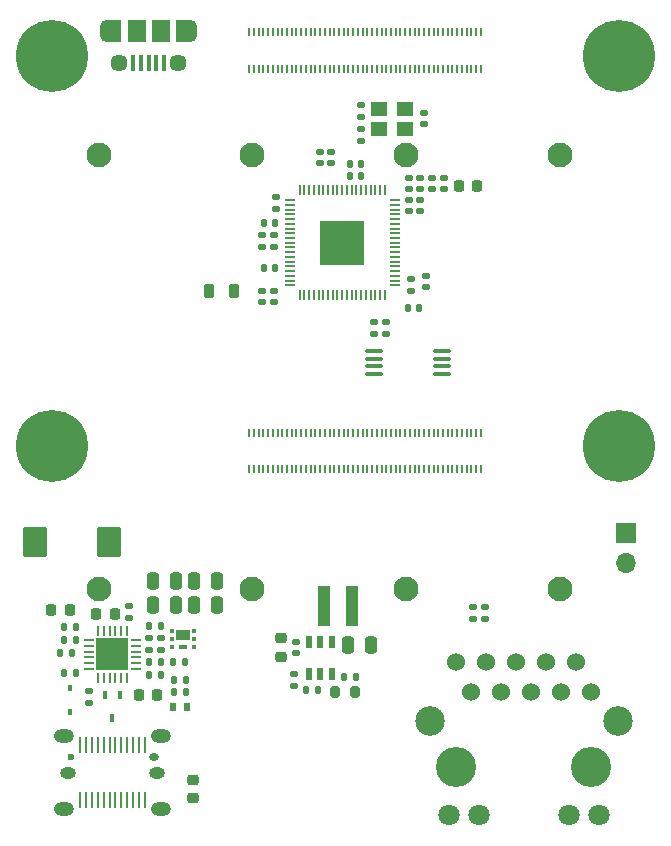
<source format=gbr>
%TF.GenerationSoftware,KiCad,Pcbnew,(5.99.0-8910-g624a231cc0)*%
%TF.CreationDate,2021-03-02T10:35:16+01:00*%
%TF.ProjectId,MainBoard,4d61696e-426f-4617-9264-2e6b69636164,rev?*%
%TF.SameCoordinates,PXa344e00PY7102aa0*%
%TF.FileFunction,Soldermask,Top*%
%TF.FilePolarity,Negative*%
%FSLAX46Y46*%
G04 Gerber Fmt 4.6, Leading zero omitted, Abs format (unit mm)*
G04 Created by KiCad (PCBNEW (5.99.0-8910-g624a231cc0)) date 2021-03-02 10:35:16*
%MOMM*%
%LPD*%
G01*
G04 APERTURE LIST*
G04 Aperture macros list*
%AMRoundRect*
0 Rectangle with rounded corners*
0 $1 Rounding radius*
0 $2 $3 $4 $5 $6 $7 $8 $9 X,Y pos of 4 corners*
0 Add a 4 corners polygon primitive as box body*
4,1,4,$2,$3,$4,$5,$6,$7,$8,$9,$2,$3,0*
0 Add four circle primitives for the rounded corners*
1,1,$1+$1,$2,$3*
1,1,$1+$1,$4,$5*
1,1,$1+$1,$6,$7*
1,1,$1+$1,$8,$9*
0 Add four rect primitives between the rounded corners*
20,1,$1+$1,$2,$3,$4,$5,0*
20,1,$1+$1,$4,$5,$6,$7,0*
20,1,$1+$1,$6,$7,$8,$9,0*
20,1,$1+$1,$8,$9,$2,$3,0*%
G04 Aperture macros list end*
%ADD10RoundRect,0.140000X0.140000X0.170000X-0.140000X0.170000X-0.140000X-0.170000X0.140000X-0.170000X0*%
%ADD11RoundRect,0.140000X0.170000X-0.140000X0.170000X0.140000X-0.170000X0.140000X-0.170000X-0.140000X0*%
%ADD12RoundRect,0.250000X-0.250000X-0.475000X0.250000X-0.475000X0.250000X0.475000X-0.250000X0.475000X0*%
%ADD13RoundRect,0.135000X-0.185000X0.135000X-0.185000X-0.135000X0.185000X-0.135000X0.185000X0.135000X0*%
%ADD14RoundRect,0.140000X-0.170000X0.140000X-0.170000X-0.140000X0.170000X-0.140000X0.170000X0.140000X0*%
%ADD15R,1.400000X1.200000*%
%ADD16RoundRect,0.218750X0.218750X0.256250X-0.218750X0.256250X-0.218750X-0.256250X0.218750X-0.256250X0*%
%ADD17RoundRect,0.140000X-0.140000X-0.170000X0.140000X-0.170000X0.140000X0.170000X-0.140000X0.170000X0*%
%ADD18RoundRect,0.135000X0.135000X0.185000X-0.135000X0.185000X-0.135000X-0.185000X0.135000X-0.185000X0*%
%ADD19R,0.980000X3.400000*%
%ADD20R,0.599999X1.000001*%
%ADD21RoundRect,0.225000X0.250000X-0.225000X0.250000X0.225000X-0.250000X0.225000X-0.250000X-0.225000X0*%
%ADD22RoundRect,0.135000X0.185000X-0.135000X0.185000X0.135000X-0.185000X0.135000X-0.185000X-0.135000X0*%
%ADD23R,0.550000X0.800000*%
%ADD24R,1.700000X1.700000*%
%ADD25O,1.700000X1.700000*%
%ADD26RoundRect,0.250000X-0.787500X-1.025000X0.787500X-1.025000X0.787500X1.025000X-0.787500X1.025000X0*%
%ADD27RoundRect,0.225000X0.225000X0.250000X-0.225000X0.250000X-0.225000X-0.250000X0.225000X-0.250000X0*%
%ADD28R,0.450000X0.700000*%
%ADD29RoundRect,0.250000X0.250000X0.475000X-0.250000X0.475000X-0.250000X-0.475000X0.250000X-0.475000X0*%
%ADD30RoundRect,0.200000X-0.200000X-0.275000X0.200000X-0.275000X0.200000X0.275000X-0.200000X0.275000X0*%
%ADD31RoundRect,0.062500X0.062500X-0.350000X0.062500X0.350000X-0.062500X0.350000X-0.062500X-0.350000X0*%
%ADD32RoundRect,0.062500X0.350000X-0.062500X0.350000X0.062500X-0.350000X0.062500X-0.350000X-0.062500X0*%
%ADD33R,2.700000X2.700000*%
%ADD34RoundRect,0.135000X-0.135000X-0.185000X0.135000X-0.185000X0.135000X0.185000X-0.135000X0.185000X0*%
%ADD35RoundRect,0.225000X-0.250000X0.225000X-0.250000X-0.225000X0.250000X-0.225000X0.250000X0.225000X0*%
%ADD36R,0.425000X0.400000*%
%ADD37R,1.150000X0.950000*%
%ADD38R,0.750000X0.300000*%
%ADD39RoundRect,0.100000X-0.637500X-0.100000X0.637500X-0.100000X0.637500X0.100000X-0.637500X0.100000X0*%
%ADD40RoundRect,0.147500X-0.147500X-0.172500X0.147500X-0.172500X0.147500X0.172500X-0.147500X0.172500X0*%
%ADD41R,0.400000X1.350000*%
%ADD42R,1.200000X1.900000*%
%ADD43O,1.200000X1.900000*%
%ADD44C,1.450000*%
%ADD45R,1.500000X1.900000*%
%ADD46C,3.400000*%
%ADD47C,1.524000*%
%ADD48C,1.800000*%
%ADD49C,2.500000*%
%ADD50C,6.100000*%
%ADD51R,0.200000X0.700000*%
%ADD52C,0.600000*%
%ADD53O,0.850000X0.600000*%
%ADD54R,0.270000X1.400000*%
%ADD55O,1.700000X1.200000*%
%ADD56O,1.350000X0.950000*%
%ADD57RoundRect,0.218750X-0.218750X-0.381250X0.218750X-0.381250X0.218750X0.381250X-0.218750X0.381250X0*%
%ADD58RoundRect,0.218750X-0.218750X-0.256250X0.218750X-0.256250X0.218750X0.256250X-0.218750X0.256250X0*%
%ADD59RoundRect,0.050000X0.050000X-0.362500X0.050000X0.362500X-0.050000X0.362500X-0.050000X-0.362500X0*%
%ADD60RoundRect,0.050000X0.362500X-0.050000X0.362500X0.050000X-0.362500X0.050000X-0.362500X-0.050000X0*%
%ADD61R,3.800000X3.800000*%
%ADD62R,0.450000X0.600000*%
%ADD63C,2.100000*%
G04 APERTURE END LIST*
D10*
%TO.C,C65*%
X12780000Y18200000D03*
X11820000Y18200000D03*
%TD*%
%TO.C,C84*%
X29280000Y13900000D03*
X28320000Y13900000D03*
%TD*%
D11*
%TO.C,C62*%
X6700000Y11720000D03*
X6700000Y12680000D03*
%TD*%
D12*
%TO.C,C72*%
X12170000Y22000000D03*
X14070000Y22000000D03*
%TD*%
D13*
%TO.C,R25*%
X24100000Y14110000D03*
X24100000Y13090000D03*
%TD*%
D11*
%TO.C,C30*%
X36770000Y55220000D03*
X36770000Y56180000D03*
%TD*%
D14*
%TO.C,C37*%
X35275000Y47880000D03*
X35275000Y46920000D03*
%TD*%
D15*
%TO.C,Y1*%
X31300000Y60250000D03*
X33500000Y60250000D03*
X33500000Y61950000D03*
X31300000Y61950000D03*
%TD*%
D16*
%TO.C,D10*%
X8887500Y19200000D03*
X7312500Y19200000D03*
%TD*%
D17*
%TO.C,C64*%
X4290000Y15900000D03*
X5250000Y15900000D03*
%TD*%
D18*
%TO.C,R16*%
X14810000Y15200000D03*
X13790000Y15200000D03*
%TD*%
D19*
%TO.C,L2*%
X26615000Y19900000D03*
X28985000Y19900000D03*
%TD*%
D11*
%TO.C,C45*%
X33770000Y53320000D03*
X33770000Y54280000D03*
%TD*%
D20*
%TO.C,U8*%
X27250001Y16875001D03*
X26300000Y16875001D03*
X25350002Y16875001D03*
X25350002Y14125001D03*
X26300000Y14125001D03*
X27250001Y14125001D03*
%TD*%
D21*
%TO.C,C82*%
X23000000Y15625000D03*
X23000000Y17175000D03*
%TD*%
D22*
%TO.C,R19*%
X12800000Y16190000D03*
X12800000Y17210000D03*
%TD*%
D10*
%TO.C,C49*%
X29750000Y56300000D03*
X28790000Y56300000D03*
%TD*%
D14*
%TO.C,C54*%
X21400000Y46580000D03*
X21400000Y45620000D03*
%TD*%
D23*
%TO.C,D5*%
X15047700Y11325400D03*
X13797700Y11325400D03*
%TD*%
D14*
%TO.C,C11*%
X35100000Y61680000D03*
X35100000Y60720000D03*
%TD*%
D13*
%TO.C,R10*%
X33975000Y47585000D03*
X33975000Y46565000D03*
%TD*%
D24*
%TO.C,J6*%
X52170000Y26075000D03*
D25*
X52170000Y23535000D03*
%TD*%
D13*
%TO.C,R2*%
X40270000Y19810000D03*
X40270000Y18790000D03*
%TD*%
%TO.C,R3*%
X29700000Y60310000D03*
X29700000Y59290000D03*
%TD*%
D11*
%TO.C,C27*%
X34770000Y53320000D03*
X34770000Y54280000D03*
%TD*%
D26*
%TO.C,C79*%
X2157500Y25300000D03*
X8382500Y25300000D03*
%TD*%
D11*
%TO.C,C50*%
X22400000Y50320000D03*
X22400000Y51280000D03*
%TD*%
D27*
%TO.C,C61*%
X12475000Y12400000D03*
X10925000Y12400000D03*
%TD*%
D13*
%TO.C,R1*%
X39185000Y19800000D03*
X39185000Y18780000D03*
%TD*%
D12*
%TO.C,C67*%
X12170000Y19950000D03*
X14070000Y19950000D03*
%TD*%
D13*
%TO.C,R4*%
X22540000Y54570000D03*
X22540000Y53550000D03*
%TD*%
D14*
%TO.C,C12*%
X26250000Y58380000D03*
X26250000Y57420000D03*
%TD*%
D10*
%TO.C,C32*%
X22480000Y52300000D03*
X21520000Y52300000D03*
%TD*%
D28*
%TO.C,D6*%
X9350000Y12400000D03*
X8050000Y12400000D03*
X8700000Y10400000D03*
%TD*%
D29*
%TO.C,C81*%
X17520000Y19950000D03*
X15620000Y19950000D03*
%TD*%
D17*
%TO.C,C42*%
X33690000Y45150000D03*
X34650000Y45150000D03*
%TD*%
D30*
%TO.C,R24*%
X27575000Y12600000D03*
X29225000Y12600000D03*
%TD*%
D14*
%TO.C,C44*%
X31875000Y43930000D03*
X31875000Y42970000D03*
%TD*%
D10*
%TO.C,C43*%
X22450000Y48500000D03*
X21490000Y48500000D03*
%TD*%
D31*
%TO.C,U6*%
X7450000Y13837500D03*
X7950000Y13837500D03*
X8450000Y13837500D03*
X8950000Y13837500D03*
X9450000Y13837500D03*
X9950000Y13837500D03*
D32*
X10662500Y14550000D03*
X10662500Y15050000D03*
X10662500Y15550000D03*
X10662500Y16050000D03*
X10662500Y16550000D03*
X10662500Y17050000D03*
D31*
X9950000Y17762500D03*
X9450000Y17762500D03*
X8950000Y17762500D03*
X8450000Y17762500D03*
X7950000Y17762500D03*
X7450000Y17762500D03*
D32*
X6737500Y17050000D03*
X6737500Y16550000D03*
X6737500Y16050000D03*
X6737500Y15550000D03*
X6737500Y15050000D03*
X6737500Y14550000D03*
D33*
X8700000Y15800000D03*
%TD*%
D16*
%TO.C,FB4*%
X39587500Y55500000D03*
X38012500Y55500000D03*
%TD*%
D34*
%TO.C,R12*%
X11790000Y14100000D03*
X12810000Y14100000D03*
%TD*%
D35*
%TO.C,C60*%
X15500000Y5175000D03*
X15500000Y3625000D03*
%TD*%
D36*
%TO.C,Q1*%
X13762500Y17750000D03*
X13762500Y17100000D03*
X13762500Y16450000D03*
X15637500Y16450000D03*
X15637500Y17100000D03*
X15637500Y17750000D03*
D37*
X14700000Y17425000D03*
D38*
X14700000Y16450000D03*
%TD*%
D11*
%TO.C,C25*%
X35770000Y55220000D03*
X35770000Y56180000D03*
%TD*%
D14*
%TO.C,C13*%
X27200000Y58380000D03*
X27200000Y57420000D03*
%TD*%
D10*
%TO.C,C22*%
X29750000Y57300000D03*
X28790000Y57300000D03*
%TD*%
D12*
%TO.C,C85*%
X28650000Y16600000D03*
X30550000Y16600000D03*
%TD*%
D34*
%TO.C,R13*%
X4590000Y18100000D03*
X5610000Y18100000D03*
%TD*%
D22*
%TO.C,R18*%
X11800000Y16190000D03*
X11800000Y17210000D03*
%TD*%
D39*
%TO.C,U5*%
X30837500Y41500000D03*
X30837500Y40850000D03*
X30837500Y40200000D03*
X30837500Y39550000D03*
X36562500Y39550000D03*
X36562500Y40200000D03*
X36562500Y40850000D03*
X36562500Y41500000D03*
%TD*%
D11*
%TO.C,C83*%
X24200000Y15920000D03*
X24200000Y16880000D03*
%TD*%
D14*
%TO.C,C51*%
X22400000Y46580000D03*
X22400000Y45620000D03*
%TD*%
%TO.C,C46*%
X30875000Y43930000D03*
X30875000Y42970000D03*
%TD*%
D40*
%TO.C,D7*%
X13915000Y13600000D03*
X14885000Y13600000D03*
%TD*%
D41*
%TO.C,J7*%
X13070000Y65847500D03*
X12420000Y65847500D03*
X11770000Y65847500D03*
X11120000Y65847500D03*
X10470000Y65847500D03*
D42*
X14670000Y68547500D03*
D43*
X15270000Y68547500D03*
D44*
X9270000Y65847500D03*
D43*
X8270000Y68547500D03*
D45*
X12770000Y68547500D03*
D42*
X8870000Y68547500D03*
D44*
X14270000Y65847500D03*
D45*
X10770000Y68547500D03*
%TD*%
D18*
%TO.C,R11*%
X14910000Y12600000D03*
X13890000Y12600000D03*
%TD*%
D29*
%TO.C,C78*%
X17540000Y22000000D03*
X15640000Y22000000D03*
%TD*%
D34*
%TO.C,R14*%
X11790000Y15200000D03*
X12810000Y15200000D03*
%TD*%
D46*
%TO.C,U3*%
X49250000Y6300000D03*
X37820000Y6300000D03*
D47*
X37820000Y15190000D03*
X39090000Y12650000D03*
X40360000Y15190000D03*
X41630000Y12650000D03*
X42900000Y15190000D03*
X44170000Y12650000D03*
X45440000Y15190000D03*
X46710000Y12650000D03*
X47980000Y15190000D03*
X49250000Y12650000D03*
D48*
X37210000Y2190000D03*
X39750000Y2190000D03*
X47320000Y2190000D03*
X49860000Y2190000D03*
D49*
X35610000Y10190000D03*
X51460000Y10190000D03*
%TD*%
D22*
%TO.C,R17*%
X10100000Y18890000D03*
X10100000Y19910000D03*
%TD*%
D17*
%TO.C,C63*%
X4620000Y14200000D03*
X5580000Y14200000D03*
%TD*%
D50*
%TO.C,Module1*%
X51580000Y33490000D03*
X51580000Y66490000D03*
X3580000Y33490000D03*
X3580000Y66490000D03*
D51*
X20280000Y31490000D03*
X20280000Y34570000D03*
X20680000Y31490000D03*
X20680000Y34570000D03*
X21080000Y31490000D03*
X21080000Y34570000D03*
X21480000Y31490000D03*
X21480000Y34570000D03*
X21880000Y31490000D03*
X21880000Y34570000D03*
X22280000Y31490000D03*
X22280000Y34570000D03*
X22680000Y31490000D03*
X22680000Y34570000D03*
X23080000Y31490000D03*
X23080000Y34570000D03*
X23480000Y31490000D03*
X23480000Y34570000D03*
X23880000Y31490000D03*
X23880000Y34570000D03*
X24280000Y31490000D03*
X24280000Y34570000D03*
X24680000Y31490000D03*
X24680000Y34570000D03*
X25080000Y31490000D03*
X25080000Y34570000D03*
X25480000Y31490000D03*
X25480000Y34570000D03*
X25880000Y31490000D03*
X25880000Y34570000D03*
X26280000Y31490000D03*
X26280000Y34570000D03*
X26680000Y31490000D03*
X26680000Y34570000D03*
X27080000Y31490000D03*
X27080000Y34570000D03*
X27480000Y31490000D03*
X27480000Y34570000D03*
X27880000Y31490000D03*
X27880000Y34570000D03*
X28280000Y31490000D03*
X28280000Y34570000D03*
X28680000Y31490000D03*
X28680000Y34570000D03*
X29080000Y31490000D03*
X29080000Y34570000D03*
X29480000Y31490000D03*
X29480000Y34570000D03*
X29880000Y31490000D03*
X29880000Y34570000D03*
X30280000Y31490000D03*
X30280000Y34570000D03*
X30680000Y31490000D03*
X30680000Y34570000D03*
X31080000Y31490000D03*
X31080000Y34570000D03*
X31480000Y31490000D03*
X31480000Y34570000D03*
X31880000Y31490000D03*
X31880000Y34570000D03*
X32280000Y31490000D03*
X32280000Y34570000D03*
X32680000Y31490000D03*
X32680000Y34570000D03*
X33080000Y31490000D03*
X33080000Y34570000D03*
X33480000Y31490000D03*
X33480000Y34570000D03*
X33880000Y31490000D03*
X33880000Y34570000D03*
X34280000Y31490000D03*
X34280000Y34570000D03*
X34680000Y31490000D03*
X34680000Y34570000D03*
X35080000Y31490000D03*
X35080000Y34570000D03*
X35480000Y31490000D03*
X35480000Y34570000D03*
X35880000Y31490000D03*
X35880000Y34570000D03*
X36280000Y31490000D03*
X36280000Y34570000D03*
X36680000Y31490000D03*
X36680000Y34570000D03*
X37080000Y31490000D03*
X37080000Y34570000D03*
X37480000Y31490000D03*
X37480000Y34570000D03*
X37880000Y31490000D03*
X37880000Y34570000D03*
X38280000Y31490000D03*
X38280000Y34570000D03*
X38680000Y31490000D03*
X38680000Y34570000D03*
X39080000Y31490000D03*
X39080000Y34570000D03*
X39480000Y31490000D03*
X39480000Y34570000D03*
X39880000Y31490000D03*
X39880000Y34570000D03*
X20280000Y65410000D03*
X20280000Y68490000D03*
X20680000Y65410000D03*
X20680000Y68490000D03*
X21080000Y65410000D03*
X21080000Y68490000D03*
X21480000Y65410000D03*
X21480000Y68490000D03*
X21880000Y65410000D03*
X21880000Y68490000D03*
X22280000Y65410000D03*
X22280000Y68490000D03*
X22680000Y65410000D03*
X22680000Y68490000D03*
X23080000Y65410000D03*
X23080000Y68490000D03*
X23480000Y65410000D03*
X23480000Y68490000D03*
X23880000Y65410000D03*
X23880000Y68490000D03*
X24280000Y65410000D03*
X24280000Y68490000D03*
X24680000Y65410000D03*
X24680000Y68490000D03*
X25080000Y65410000D03*
X25080000Y68490000D03*
X25480000Y65410000D03*
X25480000Y68490000D03*
X25880000Y65410000D03*
X25880000Y68490000D03*
X26280000Y65410000D03*
X26280000Y68490000D03*
X26680000Y65410000D03*
X26680000Y68490000D03*
X27080000Y65410000D03*
X27080000Y68490000D03*
X27480000Y65410000D03*
X27480000Y68490000D03*
X27880000Y65410000D03*
X27880000Y68490000D03*
X28280000Y65410000D03*
X28280000Y68490000D03*
X28680000Y65410000D03*
X28680000Y68490000D03*
X29080000Y65410000D03*
X29080000Y68490000D03*
X29480000Y65410000D03*
X29480000Y68490000D03*
X29880000Y65410000D03*
X29880000Y68490000D03*
X30280000Y65410000D03*
X30280000Y68490000D03*
X30680000Y65410000D03*
X30680000Y68490000D03*
X31080000Y65410000D03*
X31080000Y68490000D03*
X31480000Y65410000D03*
X31480000Y68490000D03*
X31880000Y65410000D03*
X31880000Y68490000D03*
X32280000Y65410000D03*
X32280000Y68490000D03*
X32680000Y65410000D03*
X32680000Y68490000D03*
X33080000Y65410000D03*
X33080000Y68490000D03*
X33480000Y65410000D03*
X33480000Y68490000D03*
X33880000Y65410000D03*
X33880000Y68490000D03*
X34280000Y65410000D03*
X34280000Y68490000D03*
X34680000Y65410000D03*
X34680000Y68490000D03*
X35080000Y65410000D03*
X35080000Y68490000D03*
X35480000Y65410000D03*
X35480000Y68490000D03*
X35880000Y65410000D03*
X35880000Y68490000D03*
X36280000Y65410000D03*
X36280000Y68490000D03*
X36680000Y65410000D03*
X36680000Y68490000D03*
X37080000Y65410000D03*
X37080000Y68490000D03*
X37480000Y65410000D03*
X37480000Y68490000D03*
X37880000Y65410000D03*
X37880000Y68490000D03*
X38280000Y65410000D03*
X38280000Y68490000D03*
X38680000Y65410000D03*
X38680000Y68490000D03*
X39080000Y65410000D03*
X39080000Y68490000D03*
X39480000Y65410000D03*
X39480000Y68490000D03*
X39880000Y65410000D03*
X39880000Y68490000D03*
%TD*%
D11*
%TO.C,C40*%
X34770000Y55220000D03*
X34770000Y56180000D03*
%TD*%
D52*
%TO.C,J1*%
X5200000Y7150000D03*
D53*
X12200000Y7150000D03*
D54*
X5950000Y8100000D03*
X6450000Y8100000D03*
X6950000Y8100000D03*
X7450000Y8100000D03*
X7950000Y8100000D03*
X8450000Y8100000D03*
X8950000Y8100000D03*
X9450000Y8100000D03*
X9950000Y8100000D03*
X10450000Y8100000D03*
X10950000Y8100000D03*
X11450000Y8100000D03*
X11450000Y3500000D03*
X10950000Y3500000D03*
X10450000Y3500000D03*
X9950000Y3500000D03*
X9450000Y3500000D03*
X8950000Y3500000D03*
X8450000Y3500000D03*
X7950000Y3500000D03*
X7450000Y3500000D03*
X6950000Y3500000D03*
X6450000Y3500000D03*
X5950000Y3500000D03*
D55*
X12800000Y8870000D03*
X4600000Y2730000D03*
D56*
X4925000Y5800000D03*
D55*
X4600000Y8870000D03*
X12800000Y2730000D03*
D56*
X12475000Y5800000D03*
%TD*%
D57*
%TO.C,FB1*%
X16837500Y46600000D03*
X18962500Y46600000D03*
%TD*%
D18*
%TO.C,R26*%
X26110000Y12800000D03*
X25090000Y12800000D03*
%TD*%
D58*
%TO.C,D9*%
X3512500Y19600000D03*
X5087500Y19600000D03*
%TD*%
D11*
%TO.C,C55*%
X21400000Y50320000D03*
X21400000Y51280000D03*
%TD*%
%TO.C,C2*%
X29700000Y61320000D03*
X29700000Y62280000D03*
%TD*%
%TO.C,C35*%
X33770000Y55220000D03*
X33770000Y56180000D03*
%TD*%
D59*
%TO.C,U4*%
X24550000Y46222500D03*
X24950000Y46222500D03*
X25350000Y46222500D03*
X25750000Y46222500D03*
X26150000Y46222500D03*
X26550000Y46222500D03*
X26950000Y46222500D03*
X27350000Y46222500D03*
X27750000Y46222500D03*
X28150000Y46222500D03*
X28550000Y46222500D03*
X28950000Y46222500D03*
X29350000Y46222500D03*
X29750000Y46222500D03*
X30150000Y46222500D03*
X30550000Y46222500D03*
X30950000Y46222500D03*
X31350000Y46222500D03*
X31750000Y46222500D03*
D60*
X32587500Y47060000D03*
X32587500Y47460000D03*
X32587500Y47860000D03*
X32587500Y48260000D03*
X32587500Y48660000D03*
X32587500Y49060000D03*
X32587500Y49460000D03*
X32587500Y49860000D03*
X32587500Y50260000D03*
X32587500Y50660000D03*
X32587500Y51060000D03*
X32587500Y51460000D03*
X32587500Y51860000D03*
X32587500Y52260000D03*
X32587500Y52660000D03*
X32587500Y53060000D03*
X32587500Y53460000D03*
X32587500Y53860000D03*
X32587500Y54260000D03*
D59*
X31750000Y55097500D03*
X31350000Y55097500D03*
X30950000Y55097500D03*
X30550000Y55097500D03*
X30150000Y55097500D03*
X29750000Y55097500D03*
X29350000Y55097500D03*
X28950000Y55097500D03*
X28550000Y55097500D03*
X28150000Y55097500D03*
X27750000Y55097500D03*
X27350000Y55097500D03*
X26950000Y55097500D03*
X26550000Y55097500D03*
X26150000Y55097500D03*
X25750000Y55097500D03*
X25350000Y55097500D03*
X24950000Y55097500D03*
X24550000Y55097500D03*
D60*
X23712500Y54260000D03*
X23712500Y53860000D03*
X23712500Y53460000D03*
X23712500Y53060000D03*
X23712500Y52660000D03*
X23712500Y52260000D03*
X23712500Y51860000D03*
X23712500Y51460000D03*
X23712500Y51060000D03*
X23712500Y50660000D03*
X23712500Y50260000D03*
X23712500Y49860000D03*
X23712500Y49460000D03*
X23712500Y49060000D03*
X23712500Y48660000D03*
X23712500Y48260000D03*
X23712500Y47860000D03*
X23712500Y47460000D03*
X23712500Y47060000D03*
D61*
X28150000Y50660000D03*
%TD*%
D62*
%TO.C,D8*%
X5100000Y10900000D03*
X5100000Y13000000D03*
%TD*%
D18*
%TO.C,R15*%
X5610000Y17000000D03*
X4590000Y17000000D03*
%TD*%
D63*
%TO.C,J2*%
X46550000Y58130000D03*
X46550000Y21330000D03*
%TD*%
%TO.C,J3*%
X33550000Y21320000D03*
X33550000Y58120000D03*
%TD*%
%TO.C,J4*%
X20550000Y58130000D03*
X20550000Y21330000D03*
%TD*%
%TO.C,J5*%
X7540000Y21330000D03*
X7540000Y58130000D03*
%TD*%
M02*

</source>
